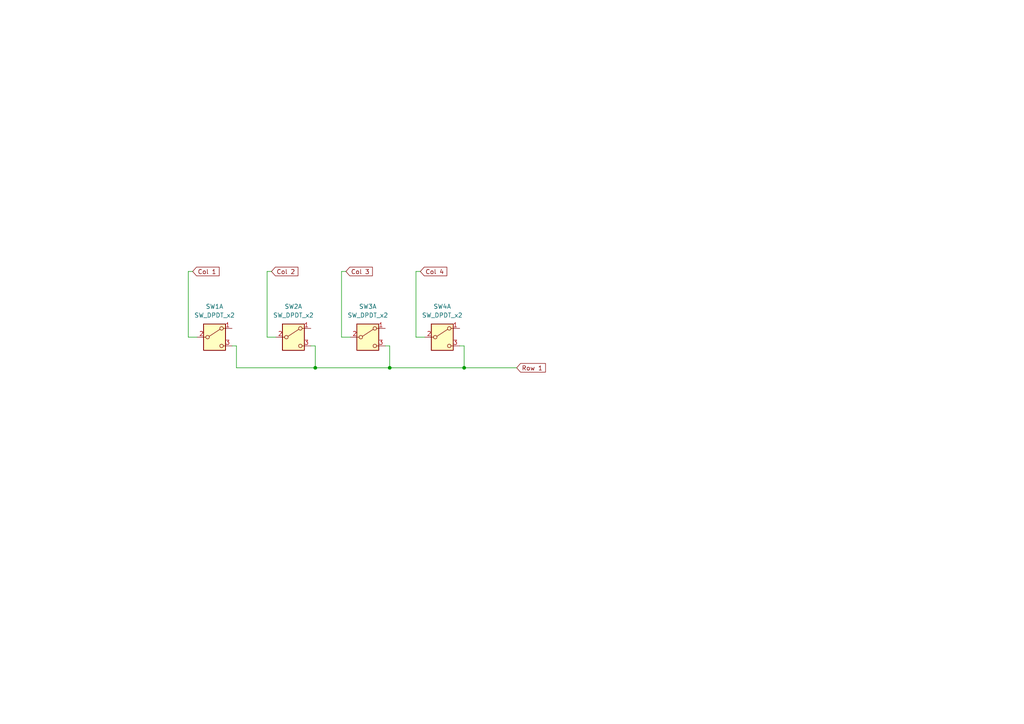
<source format=kicad_sch>
(kicad_sch (version 20250114) (generator "eeschema") (generator_version "9.0")
  (paper "A4")
  (lib_symbols
    (symbol "Switch:SW_DPDT_x2" (pin_names (offset 0) (hide yes))
      (property "Reference" "SW" (at 0 5.08 0))
      (property "Value" "SW_DPDT_x2" (at 0 -5.08 0))
      (symbol "SW_DPDT_x2_0_0"
        (circle (center -2.032 0) (radius 0.508))
        (circle (center 2.032 -2.54) (radius 0.508))
      )
      (symbol "SW_DPDT_x2_0_1"
        (rectangle (start -3.175 3.81) (end 3.175 -3.81) (stroke (width 0.254)) (fill (type background)))
        (polyline (pts (xy -1.524 0.254) (xy 1.5748 2.286)))
        (circle (center 2.032 2.54) (radius 0.508))
      )
      (symbol "SW_DPDT_x2_1_1"
        (pin passive line (at -5.08 0 0) (length 2.54) (name "B") (number "2"))
        (pin passive line (at 5.08 2.54 180) (length 2.54) (name "A") (number "1"))
        (pin passive line (at 5.08 -2.54 180) (length 2.54) (name "C") (number "3"))
      )
      (symbol "SW_DPDT_x2_2_1"
        (pin passive line (at -5.08 0 0) (length 2.54) (name "B") (number "5"))
        (pin passive line (at 5.08 2.54 180) (length 2.54) (name "A") (number "4"))
        (pin passive line (at 5.08 -2.54 180) (length 2.54) (name "C") (number "6"))
      )
    )
  )
  (junction (at 113.03 106.68))
  (junction (at 91.44 106.68))
  (junction (at 134.62 106.68))
  (wire (pts (xy 120.65 78.74) (xy 121.92 78.74)))
  (wire (pts (xy 113.03 100.33) (xy 113.03 106.68)))
  (wire (pts (xy 101.6 97.79) (xy 99.06 97.79)))
  (wire (pts (xy 134.62 100.33) (xy 134.62 106.68)))
  (wire (pts (xy 99.06 97.79) (xy 99.06 78.74)))
  (wire (pts (xy 54.61 78.74) (xy 55.88 78.74)))
  (wire (pts (xy 67.31 100.33) (xy 68.58 100.33)))
  (wire (pts (xy 111.76 100.33) (xy 113.03 100.33)))
  (wire (pts (xy 120.65 97.79) (xy 120.65 78.74)))
  (wire (pts (xy 80.01 97.79) (xy 77.47 97.79)))
  (wire (pts (xy 77.47 97.79) (xy 77.47 78.74)))
  (wire (pts (xy 113.03 106.68) (xy 91.44 106.68)))
  (wire (pts (xy 54.61 97.79) (xy 54.61 78.74)))
  (wire (pts (xy 77.47 78.74) (xy 78.74 78.74)))
  (wire (pts (xy 90.17 100.33) (xy 91.44 100.33)))
  (wire (pts (xy 123.19 97.79) (xy 120.65 97.79)))
  (wire (pts (xy 134.62 106.68) (xy 149.86 106.68)))
  (wire (pts (xy 57.15 97.79) (xy 54.61 97.79)))
  (wire (pts (xy 91.44 106.68) (xy 68.58 106.68)))
  (wire (pts (xy 91.44 100.33) (xy 91.44 106.68)))
  (wire (pts (xy 134.62 106.68) (xy 113.03 106.68)))
  (wire (pts (xy 133.35 100.33) (xy 134.62 100.33)))
  (wire (pts (xy 68.58 106.68) (xy 68.58 100.33)))
  (wire (pts (xy 99.06 78.74) (xy 100.33 78.74)))
  (global_label "Col 4" (shape input) (at 121.92 78.74 0) (property "Intersheetrefs" "${INTERSHEET_REFS}" (effects (hide yes))))
  (global_label "Row 1" (shape input) (at 149.86 106.68 0) (property "Intersheetrefs" "${INTERSHEET_REFS}" (effects (hide yes))))
  (global_label "Col 2" (shape input) (at 78.74 78.74 0) (property "Intersheetrefs" "${INTERSHEET_REFS}" (effects (hide yes))))
  (global_label "Col 1" (shape input) (at 55.88 78.74 0) (property "Intersheetrefs" "${INTERSHEET_REFS}" (effects (hide yes))))
  (global_label "Col 3" (shape input) (at 100.33 78.74 0) (property "Intersheetrefs" "${INTERSHEET_REFS}" (effects (hide yes))))
  (symbol (lib_id "Switch:SW_DPDT_x2") (at 106.68 97.79 0) (unit 1)
    (property "Reference" "SW3" (at 106.68 88.9 0))
    (property "Value" "SW_DPDT_x2" (at 106.68 91.44 0))
    (property "Description" "Switch, dual pole double throw, separate symbols" (effects (hide yes)))
  )
  (symbol (lib_id "Switch:SW_DPDT_x2") (at 85.09 97.79 0) (unit 1)
    (property "Reference" "SW2" (at 85.09 88.9 0))
    (property "Value" "SW_DPDT_x2" (at 85.09 91.44 0))
    (property "Description" "Switch, dual pole double throw, separate symbols" (effects (hide yes)))
  )
  (symbol (lib_id "Switch:SW_DPDT_x2") (at 62.23 97.79 0) (unit 1)
    (property "Reference" "SW1" (at 62.23 88.9 0))
    (property "Value" "SW_DPDT_x2" (at 62.23 91.44 0))
    (property "Description" "Switch, dual pole double throw, separate symbols" (effects (hide yes)))
  )
  (symbol (lib_id "Switch:SW_DPDT_x2") (at 128.27 97.79 0) (unit 1)
    (property "Reference" "SW4" (at 128.27 88.9 0))
    (property "Value" "SW_DPDT_x2" (at 128.27 91.44 0))
    (property "Description" "Switch, dual pole double throw, separate symbols" (effects (hide yes)))
  )
)
</source>
